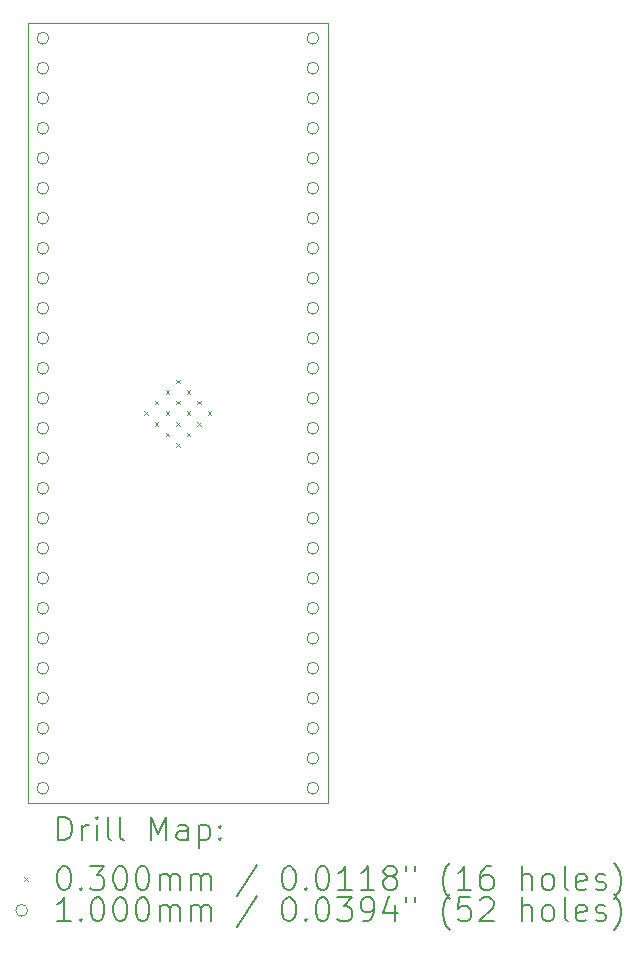
<source format=gbr>
%TF.GenerationSoftware,KiCad,Pcbnew,9.0.6*%
%TF.CreationDate,2025-12-31T13:09:17-06:00*%
%TF.ProjectId,QFN-48_6x6,51464e2d-3438-45f3-9678-362e6b696361,rev?*%
%TF.SameCoordinates,Original*%
%TF.FileFunction,Drillmap*%
%TF.FilePolarity,Positive*%
%FSLAX45Y45*%
G04 Gerber Fmt 4.5, Leading zero omitted, Abs format (unit mm)*
G04 Created by KiCad (PCBNEW 9.0.6) date 2025-12-31 13:09:17*
%MOMM*%
%LPD*%
G01*
G04 APERTURE LIST*
%ADD10C,0.050000*%
%ADD11C,0.200000*%
%ADD12C,0.100000*%
G04 APERTURE END LIST*
D10*
X12573000Y-8763000D02*
X15113000Y-8763000D01*
X15113000Y-15367000D01*
X12573000Y-15367000D01*
X12573000Y-8763000D01*
D11*
D12*
X13559299Y-12050000D02*
X13589299Y-12080000D01*
X13589299Y-12050000D02*
X13559299Y-12080000D01*
X13648866Y-11960433D02*
X13678866Y-11990433D01*
X13678866Y-11960433D02*
X13648866Y-11990433D01*
X13648866Y-12139567D02*
X13678866Y-12169567D01*
X13678866Y-12139567D02*
X13648866Y-12169567D01*
X13738433Y-11870866D02*
X13768433Y-11900866D01*
X13768433Y-11870866D02*
X13738433Y-11900866D01*
X13738433Y-12229134D02*
X13768433Y-12259134D01*
X13768433Y-12229134D02*
X13738433Y-12259134D01*
X13738433Y-12050000D02*
X13768433Y-12080000D01*
X13768433Y-12050000D02*
X13738433Y-12080000D01*
X13828000Y-11781299D02*
X13858000Y-11811299D01*
X13858000Y-11781299D02*
X13828000Y-11811299D01*
X13828000Y-11960433D02*
X13858000Y-11990433D01*
X13858000Y-11960433D02*
X13828000Y-11990433D01*
X13828000Y-12139567D02*
X13858000Y-12169567D01*
X13858000Y-12139567D02*
X13828000Y-12169567D01*
X13828000Y-12318701D02*
X13858000Y-12348701D01*
X13858000Y-12318701D02*
X13828000Y-12348701D01*
X13917567Y-12050000D02*
X13947567Y-12080000D01*
X13947567Y-12050000D02*
X13917567Y-12080000D01*
X13917567Y-11870866D02*
X13947567Y-11900866D01*
X13947567Y-11870866D02*
X13917567Y-11900866D01*
X13917567Y-12229134D02*
X13947567Y-12259134D01*
X13947567Y-12229134D02*
X13917567Y-12259134D01*
X14007134Y-11960433D02*
X14037134Y-11990433D01*
X14037134Y-11960433D02*
X14007134Y-11990433D01*
X14007134Y-12139567D02*
X14037134Y-12169567D01*
X14037134Y-12139567D02*
X14007134Y-12169567D01*
X14096701Y-12050000D02*
X14126701Y-12080000D01*
X14126701Y-12050000D02*
X14096701Y-12080000D01*
X12750000Y-8890000D02*
G75*
G02*
X12650000Y-8890000I-50000J0D01*
G01*
X12650000Y-8890000D02*
G75*
G02*
X12750000Y-8890000I50000J0D01*
G01*
X12750000Y-9144000D02*
G75*
G02*
X12650000Y-9144000I-50000J0D01*
G01*
X12650000Y-9144000D02*
G75*
G02*
X12750000Y-9144000I50000J0D01*
G01*
X12750000Y-9398000D02*
G75*
G02*
X12650000Y-9398000I-50000J0D01*
G01*
X12650000Y-9398000D02*
G75*
G02*
X12750000Y-9398000I50000J0D01*
G01*
X12750000Y-9652000D02*
G75*
G02*
X12650000Y-9652000I-50000J0D01*
G01*
X12650000Y-9652000D02*
G75*
G02*
X12750000Y-9652000I50000J0D01*
G01*
X12750000Y-9906000D02*
G75*
G02*
X12650000Y-9906000I-50000J0D01*
G01*
X12650000Y-9906000D02*
G75*
G02*
X12750000Y-9906000I50000J0D01*
G01*
X12750000Y-10160000D02*
G75*
G02*
X12650000Y-10160000I-50000J0D01*
G01*
X12650000Y-10160000D02*
G75*
G02*
X12750000Y-10160000I50000J0D01*
G01*
X12750000Y-10414000D02*
G75*
G02*
X12650000Y-10414000I-50000J0D01*
G01*
X12650000Y-10414000D02*
G75*
G02*
X12750000Y-10414000I50000J0D01*
G01*
X12750000Y-10668000D02*
G75*
G02*
X12650000Y-10668000I-50000J0D01*
G01*
X12650000Y-10668000D02*
G75*
G02*
X12750000Y-10668000I50000J0D01*
G01*
X12750000Y-10922000D02*
G75*
G02*
X12650000Y-10922000I-50000J0D01*
G01*
X12650000Y-10922000D02*
G75*
G02*
X12750000Y-10922000I50000J0D01*
G01*
X12750000Y-11176000D02*
G75*
G02*
X12650000Y-11176000I-50000J0D01*
G01*
X12650000Y-11176000D02*
G75*
G02*
X12750000Y-11176000I50000J0D01*
G01*
X12750000Y-11430000D02*
G75*
G02*
X12650000Y-11430000I-50000J0D01*
G01*
X12650000Y-11430000D02*
G75*
G02*
X12750000Y-11430000I50000J0D01*
G01*
X12750000Y-11684000D02*
G75*
G02*
X12650000Y-11684000I-50000J0D01*
G01*
X12650000Y-11684000D02*
G75*
G02*
X12750000Y-11684000I50000J0D01*
G01*
X12750000Y-11938000D02*
G75*
G02*
X12650000Y-11938000I-50000J0D01*
G01*
X12650000Y-11938000D02*
G75*
G02*
X12750000Y-11938000I50000J0D01*
G01*
X12750000Y-12192000D02*
G75*
G02*
X12650000Y-12192000I-50000J0D01*
G01*
X12650000Y-12192000D02*
G75*
G02*
X12750000Y-12192000I50000J0D01*
G01*
X12750000Y-12446000D02*
G75*
G02*
X12650000Y-12446000I-50000J0D01*
G01*
X12650000Y-12446000D02*
G75*
G02*
X12750000Y-12446000I50000J0D01*
G01*
X12750000Y-12700000D02*
G75*
G02*
X12650000Y-12700000I-50000J0D01*
G01*
X12650000Y-12700000D02*
G75*
G02*
X12750000Y-12700000I50000J0D01*
G01*
X12750000Y-12954000D02*
G75*
G02*
X12650000Y-12954000I-50000J0D01*
G01*
X12650000Y-12954000D02*
G75*
G02*
X12750000Y-12954000I50000J0D01*
G01*
X12750000Y-13208000D02*
G75*
G02*
X12650000Y-13208000I-50000J0D01*
G01*
X12650000Y-13208000D02*
G75*
G02*
X12750000Y-13208000I50000J0D01*
G01*
X12750000Y-13462000D02*
G75*
G02*
X12650000Y-13462000I-50000J0D01*
G01*
X12650000Y-13462000D02*
G75*
G02*
X12750000Y-13462000I50000J0D01*
G01*
X12750000Y-13716000D02*
G75*
G02*
X12650000Y-13716000I-50000J0D01*
G01*
X12650000Y-13716000D02*
G75*
G02*
X12750000Y-13716000I50000J0D01*
G01*
X12750000Y-13970000D02*
G75*
G02*
X12650000Y-13970000I-50000J0D01*
G01*
X12650000Y-13970000D02*
G75*
G02*
X12750000Y-13970000I50000J0D01*
G01*
X12750000Y-14224000D02*
G75*
G02*
X12650000Y-14224000I-50000J0D01*
G01*
X12650000Y-14224000D02*
G75*
G02*
X12750000Y-14224000I50000J0D01*
G01*
X12750000Y-14478000D02*
G75*
G02*
X12650000Y-14478000I-50000J0D01*
G01*
X12650000Y-14478000D02*
G75*
G02*
X12750000Y-14478000I50000J0D01*
G01*
X12750000Y-14732000D02*
G75*
G02*
X12650000Y-14732000I-50000J0D01*
G01*
X12650000Y-14732000D02*
G75*
G02*
X12750000Y-14732000I50000J0D01*
G01*
X12750000Y-14986000D02*
G75*
G02*
X12650000Y-14986000I-50000J0D01*
G01*
X12650000Y-14986000D02*
G75*
G02*
X12750000Y-14986000I50000J0D01*
G01*
X12750000Y-15240000D02*
G75*
G02*
X12650000Y-15240000I-50000J0D01*
G01*
X12650000Y-15240000D02*
G75*
G02*
X12750000Y-15240000I50000J0D01*
G01*
X15036000Y-8890000D02*
G75*
G02*
X14936000Y-8890000I-50000J0D01*
G01*
X14936000Y-8890000D02*
G75*
G02*
X15036000Y-8890000I50000J0D01*
G01*
X15036000Y-9144000D02*
G75*
G02*
X14936000Y-9144000I-50000J0D01*
G01*
X14936000Y-9144000D02*
G75*
G02*
X15036000Y-9144000I50000J0D01*
G01*
X15036000Y-9398000D02*
G75*
G02*
X14936000Y-9398000I-50000J0D01*
G01*
X14936000Y-9398000D02*
G75*
G02*
X15036000Y-9398000I50000J0D01*
G01*
X15036000Y-9652000D02*
G75*
G02*
X14936000Y-9652000I-50000J0D01*
G01*
X14936000Y-9652000D02*
G75*
G02*
X15036000Y-9652000I50000J0D01*
G01*
X15036000Y-9906000D02*
G75*
G02*
X14936000Y-9906000I-50000J0D01*
G01*
X14936000Y-9906000D02*
G75*
G02*
X15036000Y-9906000I50000J0D01*
G01*
X15036000Y-10160000D02*
G75*
G02*
X14936000Y-10160000I-50000J0D01*
G01*
X14936000Y-10160000D02*
G75*
G02*
X15036000Y-10160000I50000J0D01*
G01*
X15036000Y-10414000D02*
G75*
G02*
X14936000Y-10414000I-50000J0D01*
G01*
X14936000Y-10414000D02*
G75*
G02*
X15036000Y-10414000I50000J0D01*
G01*
X15036000Y-10668000D02*
G75*
G02*
X14936000Y-10668000I-50000J0D01*
G01*
X14936000Y-10668000D02*
G75*
G02*
X15036000Y-10668000I50000J0D01*
G01*
X15036000Y-10922000D02*
G75*
G02*
X14936000Y-10922000I-50000J0D01*
G01*
X14936000Y-10922000D02*
G75*
G02*
X15036000Y-10922000I50000J0D01*
G01*
X15036000Y-11176000D02*
G75*
G02*
X14936000Y-11176000I-50000J0D01*
G01*
X14936000Y-11176000D02*
G75*
G02*
X15036000Y-11176000I50000J0D01*
G01*
X15036000Y-11430000D02*
G75*
G02*
X14936000Y-11430000I-50000J0D01*
G01*
X14936000Y-11430000D02*
G75*
G02*
X15036000Y-11430000I50000J0D01*
G01*
X15036000Y-11684000D02*
G75*
G02*
X14936000Y-11684000I-50000J0D01*
G01*
X14936000Y-11684000D02*
G75*
G02*
X15036000Y-11684000I50000J0D01*
G01*
X15036000Y-11938000D02*
G75*
G02*
X14936000Y-11938000I-50000J0D01*
G01*
X14936000Y-11938000D02*
G75*
G02*
X15036000Y-11938000I50000J0D01*
G01*
X15036000Y-12192000D02*
G75*
G02*
X14936000Y-12192000I-50000J0D01*
G01*
X14936000Y-12192000D02*
G75*
G02*
X15036000Y-12192000I50000J0D01*
G01*
X15036000Y-12446000D02*
G75*
G02*
X14936000Y-12446000I-50000J0D01*
G01*
X14936000Y-12446000D02*
G75*
G02*
X15036000Y-12446000I50000J0D01*
G01*
X15036000Y-12700000D02*
G75*
G02*
X14936000Y-12700000I-50000J0D01*
G01*
X14936000Y-12700000D02*
G75*
G02*
X15036000Y-12700000I50000J0D01*
G01*
X15036000Y-12954000D02*
G75*
G02*
X14936000Y-12954000I-50000J0D01*
G01*
X14936000Y-12954000D02*
G75*
G02*
X15036000Y-12954000I50000J0D01*
G01*
X15036000Y-13208000D02*
G75*
G02*
X14936000Y-13208000I-50000J0D01*
G01*
X14936000Y-13208000D02*
G75*
G02*
X15036000Y-13208000I50000J0D01*
G01*
X15036000Y-13462000D02*
G75*
G02*
X14936000Y-13462000I-50000J0D01*
G01*
X14936000Y-13462000D02*
G75*
G02*
X15036000Y-13462000I50000J0D01*
G01*
X15036000Y-13716000D02*
G75*
G02*
X14936000Y-13716000I-50000J0D01*
G01*
X14936000Y-13716000D02*
G75*
G02*
X15036000Y-13716000I50000J0D01*
G01*
X15036000Y-13970000D02*
G75*
G02*
X14936000Y-13970000I-50000J0D01*
G01*
X14936000Y-13970000D02*
G75*
G02*
X15036000Y-13970000I50000J0D01*
G01*
X15036000Y-14224000D02*
G75*
G02*
X14936000Y-14224000I-50000J0D01*
G01*
X14936000Y-14224000D02*
G75*
G02*
X15036000Y-14224000I50000J0D01*
G01*
X15036000Y-14478000D02*
G75*
G02*
X14936000Y-14478000I-50000J0D01*
G01*
X14936000Y-14478000D02*
G75*
G02*
X15036000Y-14478000I50000J0D01*
G01*
X15036000Y-14732000D02*
G75*
G02*
X14936000Y-14732000I-50000J0D01*
G01*
X14936000Y-14732000D02*
G75*
G02*
X15036000Y-14732000I50000J0D01*
G01*
X15036000Y-14986000D02*
G75*
G02*
X14936000Y-14986000I-50000J0D01*
G01*
X14936000Y-14986000D02*
G75*
G02*
X15036000Y-14986000I50000J0D01*
G01*
X15036000Y-15240000D02*
G75*
G02*
X14936000Y-15240000I-50000J0D01*
G01*
X14936000Y-15240000D02*
G75*
G02*
X15036000Y-15240000I50000J0D01*
G01*
D11*
X12831277Y-15680984D02*
X12831277Y-15480984D01*
X12831277Y-15480984D02*
X12878896Y-15480984D01*
X12878896Y-15480984D02*
X12907467Y-15490508D01*
X12907467Y-15490508D02*
X12926515Y-15509555D01*
X12926515Y-15509555D02*
X12936039Y-15528603D01*
X12936039Y-15528603D02*
X12945562Y-15566698D01*
X12945562Y-15566698D02*
X12945562Y-15595269D01*
X12945562Y-15595269D02*
X12936039Y-15633365D01*
X12936039Y-15633365D02*
X12926515Y-15652412D01*
X12926515Y-15652412D02*
X12907467Y-15671460D01*
X12907467Y-15671460D02*
X12878896Y-15680984D01*
X12878896Y-15680984D02*
X12831277Y-15680984D01*
X13031277Y-15680984D02*
X13031277Y-15547650D01*
X13031277Y-15585746D02*
X13040801Y-15566698D01*
X13040801Y-15566698D02*
X13050324Y-15557174D01*
X13050324Y-15557174D02*
X13069372Y-15547650D01*
X13069372Y-15547650D02*
X13088420Y-15547650D01*
X13155086Y-15680984D02*
X13155086Y-15547650D01*
X13155086Y-15480984D02*
X13145562Y-15490508D01*
X13145562Y-15490508D02*
X13155086Y-15500031D01*
X13155086Y-15500031D02*
X13164610Y-15490508D01*
X13164610Y-15490508D02*
X13155086Y-15480984D01*
X13155086Y-15480984D02*
X13155086Y-15500031D01*
X13278896Y-15680984D02*
X13259848Y-15671460D01*
X13259848Y-15671460D02*
X13250324Y-15652412D01*
X13250324Y-15652412D02*
X13250324Y-15480984D01*
X13383658Y-15680984D02*
X13364610Y-15671460D01*
X13364610Y-15671460D02*
X13355086Y-15652412D01*
X13355086Y-15652412D02*
X13355086Y-15480984D01*
X13612229Y-15680984D02*
X13612229Y-15480984D01*
X13612229Y-15480984D02*
X13678896Y-15623841D01*
X13678896Y-15623841D02*
X13745562Y-15480984D01*
X13745562Y-15480984D02*
X13745562Y-15680984D01*
X13926515Y-15680984D02*
X13926515Y-15576222D01*
X13926515Y-15576222D02*
X13916991Y-15557174D01*
X13916991Y-15557174D02*
X13897943Y-15547650D01*
X13897943Y-15547650D02*
X13859848Y-15547650D01*
X13859848Y-15547650D02*
X13840801Y-15557174D01*
X13926515Y-15671460D02*
X13907467Y-15680984D01*
X13907467Y-15680984D02*
X13859848Y-15680984D01*
X13859848Y-15680984D02*
X13840801Y-15671460D01*
X13840801Y-15671460D02*
X13831277Y-15652412D01*
X13831277Y-15652412D02*
X13831277Y-15633365D01*
X13831277Y-15633365D02*
X13840801Y-15614317D01*
X13840801Y-15614317D02*
X13859848Y-15604793D01*
X13859848Y-15604793D02*
X13907467Y-15604793D01*
X13907467Y-15604793D02*
X13926515Y-15595269D01*
X14021753Y-15547650D02*
X14021753Y-15747650D01*
X14021753Y-15557174D02*
X14040801Y-15547650D01*
X14040801Y-15547650D02*
X14078896Y-15547650D01*
X14078896Y-15547650D02*
X14097943Y-15557174D01*
X14097943Y-15557174D02*
X14107467Y-15566698D01*
X14107467Y-15566698D02*
X14116991Y-15585746D01*
X14116991Y-15585746D02*
X14116991Y-15642888D01*
X14116991Y-15642888D02*
X14107467Y-15661936D01*
X14107467Y-15661936D02*
X14097943Y-15671460D01*
X14097943Y-15671460D02*
X14078896Y-15680984D01*
X14078896Y-15680984D02*
X14040801Y-15680984D01*
X14040801Y-15680984D02*
X14021753Y-15671460D01*
X14202705Y-15661936D02*
X14212229Y-15671460D01*
X14212229Y-15671460D02*
X14202705Y-15680984D01*
X14202705Y-15680984D02*
X14193182Y-15671460D01*
X14193182Y-15671460D02*
X14202705Y-15661936D01*
X14202705Y-15661936D02*
X14202705Y-15680984D01*
X14202705Y-15557174D02*
X14212229Y-15566698D01*
X14212229Y-15566698D02*
X14202705Y-15576222D01*
X14202705Y-15576222D02*
X14193182Y-15566698D01*
X14193182Y-15566698D02*
X14202705Y-15557174D01*
X14202705Y-15557174D02*
X14202705Y-15576222D01*
D12*
X12540500Y-15994500D02*
X12570500Y-16024500D01*
X12570500Y-15994500D02*
X12540500Y-16024500D01*
D11*
X12869372Y-15900984D02*
X12888420Y-15900984D01*
X12888420Y-15900984D02*
X12907467Y-15910508D01*
X12907467Y-15910508D02*
X12916991Y-15920031D01*
X12916991Y-15920031D02*
X12926515Y-15939079D01*
X12926515Y-15939079D02*
X12936039Y-15977174D01*
X12936039Y-15977174D02*
X12936039Y-16024793D01*
X12936039Y-16024793D02*
X12926515Y-16062888D01*
X12926515Y-16062888D02*
X12916991Y-16081936D01*
X12916991Y-16081936D02*
X12907467Y-16091460D01*
X12907467Y-16091460D02*
X12888420Y-16100984D01*
X12888420Y-16100984D02*
X12869372Y-16100984D01*
X12869372Y-16100984D02*
X12850324Y-16091460D01*
X12850324Y-16091460D02*
X12840801Y-16081936D01*
X12840801Y-16081936D02*
X12831277Y-16062888D01*
X12831277Y-16062888D02*
X12821753Y-16024793D01*
X12821753Y-16024793D02*
X12821753Y-15977174D01*
X12821753Y-15977174D02*
X12831277Y-15939079D01*
X12831277Y-15939079D02*
X12840801Y-15920031D01*
X12840801Y-15920031D02*
X12850324Y-15910508D01*
X12850324Y-15910508D02*
X12869372Y-15900984D01*
X13021753Y-16081936D02*
X13031277Y-16091460D01*
X13031277Y-16091460D02*
X13021753Y-16100984D01*
X13021753Y-16100984D02*
X13012229Y-16091460D01*
X13012229Y-16091460D02*
X13021753Y-16081936D01*
X13021753Y-16081936D02*
X13021753Y-16100984D01*
X13097943Y-15900984D02*
X13221753Y-15900984D01*
X13221753Y-15900984D02*
X13155086Y-15977174D01*
X13155086Y-15977174D02*
X13183658Y-15977174D01*
X13183658Y-15977174D02*
X13202705Y-15986698D01*
X13202705Y-15986698D02*
X13212229Y-15996222D01*
X13212229Y-15996222D02*
X13221753Y-16015269D01*
X13221753Y-16015269D02*
X13221753Y-16062888D01*
X13221753Y-16062888D02*
X13212229Y-16081936D01*
X13212229Y-16081936D02*
X13202705Y-16091460D01*
X13202705Y-16091460D02*
X13183658Y-16100984D01*
X13183658Y-16100984D02*
X13126515Y-16100984D01*
X13126515Y-16100984D02*
X13107467Y-16091460D01*
X13107467Y-16091460D02*
X13097943Y-16081936D01*
X13345562Y-15900984D02*
X13364610Y-15900984D01*
X13364610Y-15900984D02*
X13383658Y-15910508D01*
X13383658Y-15910508D02*
X13393182Y-15920031D01*
X13393182Y-15920031D02*
X13402705Y-15939079D01*
X13402705Y-15939079D02*
X13412229Y-15977174D01*
X13412229Y-15977174D02*
X13412229Y-16024793D01*
X13412229Y-16024793D02*
X13402705Y-16062888D01*
X13402705Y-16062888D02*
X13393182Y-16081936D01*
X13393182Y-16081936D02*
X13383658Y-16091460D01*
X13383658Y-16091460D02*
X13364610Y-16100984D01*
X13364610Y-16100984D02*
X13345562Y-16100984D01*
X13345562Y-16100984D02*
X13326515Y-16091460D01*
X13326515Y-16091460D02*
X13316991Y-16081936D01*
X13316991Y-16081936D02*
X13307467Y-16062888D01*
X13307467Y-16062888D02*
X13297943Y-16024793D01*
X13297943Y-16024793D02*
X13297943Y-15977174D01*
X13297943Y-15977174D02*
X13307467Y-15939079D01*
X13307467Y-15939079D02*
X13316991Y-15920031D01*
X13316991Y-15920031D02*
X13326515Y-15910508D01*
X13326515Y-15910508D02*
X13345562Y-15900984D01*
X13536039Y-15900984D02*
X13555086Y-15900984D01*
X13555086Y-15900984D02*
X13574134Y-15910508D01*
X13574134Y-15910508D02*
X13583658Y-15920031D01*
X13583658Y-15920031D02*
X13593182Y-15939079D01*
X13593182Y-15939079D02*
X13602705Y-15977174D01*
X13602705Y-15977174D02*
X13602705Y-16024793D01*
X13602705Y-16024793D02*
X13593182Y-16062888D01*
X13593182Y-16062888D02*
X13583658Y-16081936D01*
X13583658Y-16081936D02*
X13574134Y-16091460D01*
X13574134Y-16091460D02*
X13555086Y-16100984D01*
X13555086Y-16100984D02*
X13536039Y-16100984D01*
X13536039Y-16100984D02*
X13516991Y-16091460D01*
X13516991Y-16091460D02*
X13507467Y-16081936D01*
X13507467Y-16081936D02*
X13497943Y-16062888D01*
X13497943Y-16062888D02*
X13488420Y-16024793D01*
X13488420Y-16024793D02*
X13488420Y-15977174D01*
X13488420Y-15977174D02*
X13497943Y-15939079D01*
X13497943Y-15939079D02*
X13507467Y-15920031D01*
X13507467Y-15920031D02*
X13516991Y-15910508D01*
X13516991Y-15910508D02*
X13536039Y-15900984D01*
X13688420Y-16100984D02*
X13688420Y-15967650D01*
X13688420Y-15986698D02*
X13697943Y-15977174D01*
X13697943Y-15977174D02*
X13716991Y-15967650D01*
X13716991Y-15967650D02*
X13745563Y-15967650D01*
X13745563Y-15967650D02*
X13764610Y-15977174D01*
X13764610Y-15977174D02*
X13774134Y-15996222D01*
X13774134Y-15996222D02*
X13774134Y-16100984D01*
X13774134Y-15996222D02*
X13783658Y-15977174D01*
X13783658Y-15977174D02*
X13802705Y-15967650D01*
X13802705Y-15967650D02*
X13831277Y-15967650D01*
X13831277Y-15967650D02*
X13850324Y-15977174D01*
X13850324Y-15977174D02*
X13859848Y-15996222D01*
X13859848Y-15996222D02*
X13859848Y-16100984D01*
X13955086Y-16100984D02*
X13955086Y-15967650D01*
X13955086Y-15986698D02*
X13964610Y-15977174D01*
X13964610Y-15977174D02*
X13983658Y-15967650D01*
X13983658Y-15967650D02*
X14012229Y-15967650D01*
X14012229Y-15967650D02*
X14031277Y-15977174D01*
X14031277Y-15977174D02*
X14040801Y-15996222D01*
X14040801Y-15996222D02*
X14040801Y-16100984D01*
X14040801Y-15996222D02*
X14050324Y-15977174D01*
X14050324Y-15977174D02*
X14069372Y-15967650D01*
X14069372Y-15967650D02*
X14097943Y-15967650D01*
X14097943Y-15967650D02*
X14116991Y-15977174D01*
X14116991Y-15977174D02*
X14126515Y-15996222D01*
X14126515Y-15996222D02*
X14126515Y-16100984D01*
X14516991Y-15891460D02*
X14345563Y-16148603D01*
X14774134Y-15900984D02*
X14793182Y-15900984D01*
X14793182Y-15900984D02*
X14812229Y-15910508D01*
X14812229Y-15910508D02*
X14821753Y-15920031D01*
X14821753Y-15920031D02*
X14831277Y-15939079D01*
X14831277Y-15939079D02*
X14840801Y-15977174D01*
X14840801Y-15977174D02*
X14840801Y-16024793D01*
X14840801Y-16024793D02*
X14831277Y-16062888D01*
X14831277Y-16062888D02*
X14821753Y-16081936D01*
X14821753Y-16081936D02*
X14812229Y-16091460D01*
X14812229Y-16091460D02*
X14793182Y-16100984D01*
X14793182Y-16100984D02*
X14774134Y-16100984D01*
X14774134Y-16100984D02*
X14755086Y-16091460D01*
X14755086Y-16091460D02*
X14745563Y-16081936D01*
X14745563Y-16081936D02*
X14736039Y-16062888D01*
X14736039Y-16062888D02*
X14726515Y-16024793D01*
X14726515Y-16024793D02*
X14726515Y-15977174D01*
X14726515Y-15977174D02*
X14736039Y-15939079D01*
X14736039Y-15939079D02*
X14745563Y-15920031D01*
X14745563Y-15920031D02*
X14755086Y-15910508D01*
X14755086Y-15910508D02*
X14774134Y-15900984D01*
X14926515Y-16081936D02*
X14936039Y-16091460D01*
X14936039Y-16091460D02*
X14926515Y-16100984D01*
X14926515Y-16100984D02*
X14916991Y-16091460D01*
X14916991Y-16091460D02*
X14926515Y-16081936D01*
X14926515Y-16081936D02*
X14926515Y-16100984D01*
X15059848Y-15900984D02*
X15078896Y-15900984D01*
X15078896Y-15900984D02*
X15097944Y-15910508D01*
X15097944Y-15910508D02*
X15107467Y-15920031D01*
X15107467Y-15920031D02*
X15116991Y-15939079D01*
X15116991Y-15939079D02*
X15126515Y-15977174D01*
X15126515Y-15977174D02*
X15126515Y-16024793D01*
X15126515Y-16024793D02*
X15116991Y-16062888D01*
X15116991Y-16062888D02*
X15107467Y-16081936D01*
X15107467Y-16081936D02*
X15097944Y-16091460D01*
X15097944Y-16091460D02*
X15078896Y-16100984D01*
X15078896Y-16100984D02*
X15059848Y-16100984D01*
X15059848Y-16100984D02*
X15040801Y-16091460D01*
X15040801Y-16091460D02*
X15031277Y-16081936D01*
X15031277Y-16081936D02*
X15021753Y-16062888D01*
X15021753Y-16062888D02*
X15012229Y-16024793D01*
X15012229Y-16024793D02*
X15012229Y-15977174D01*
X15012229Y-15977174D02*
X15021753Y-15939079D01*
X15021753Y-15939079D02*
X15031277Y-15920031D01*
X15031277Y-15920031D02*
X15040801Y-15910508D01*
X15040801Y-15910508D02*
X15059848Y-15900984D01*
X15316991Y-16100984D02*
X15202706Y-16100984D01*
X15259848Y-16100984D02*
X15259848Y-15900984D01*
X15259848Y-15900984D02*
X15240801Y-15929555D01*
X15240801Y-15929555D02*
X15221753Y-15948603D01*
X15221753Y-15948603D02*
X15202706Y-15958127D01*
X15507467Y-16100984D02*
X15393182Y-16100984D01*
X15450325Y-16100984D02*
X15450325Y-15900984D01*
X15450325Y-15900984D02*
X15431277Y-15929555D01*
X15431277Y-15929555D02*
X15412229Y-15948603D01*
X15412229Y-15948603D02*
X15393182Y-15958127D01*
X15621753Y-15986698D02*
X15602706Y-15977174D01*
X15602706Y-15977174D02*
X15593182Y-15967650D01*
X15593182Y-15967650D02*
X15583658Y-15948603D01*
X15583658Y-15948603D02*
X15583658Y-15939079D01*
X15583658Y-15939079D02*
X15593182Y-15920031D01*
X15593182Y-15920031D02*
X15602706Y-15910508D01*
X15602706Y-15910508D02*
X15621753Y-15900984D01*
X15621753Y-15900984D02*
X15659848Y-15900984D01*
X15659848Y-15900984D02*
X15678896Y-15910508D01*
X15678896Y-15910508D02*
X15688420Y-15920031D01*
X15688420Y-15920031D02*
X15697944Y-15939079D01*
X15697944Y-15939079D02*
X15697944Y-15948603D01*
X15697944Y-15948603D02*
X15688420Y-15967650D01*
X15688420Y-15967650D02*
X15678896Y-15977174D01*
X15678896Y-15977174D02*
X15659848Y-15986698D01*
X15659848Y-15986698D02*
X15621753Y-15986698D01*
X15621753Y-15986698D02*
X15602706Y-15996222D01*
X15602706Y-15996222D02*
X15593182Y-16005746D01*
X15593182Y-16005746D02*
X15583658Y-16024793D01*
X15583658Y-16024793D02*
X15583658Y-16062888D01*
X15583658Y-16062888D02*
X15593182Y-16081936D01*
X15593182Y-16081936D02*
X15602706Y-16091460D01*
X15602706Y-16091460D02*
X15621753Y-16100984D01*
X15621753Y-16100984D02*
X15659848Y-16100984D01*
X15659848Y-16100984D02*
X15678896Y-16091460D01*
X15678896Y-16091460D02*
X15688420Y-16081936D01*
X15688420Y-16081936D02*
X15697944Y-16062888D01*
X15697944Y-16062888D02*
X15697944Y-16024793D01*
X15697944Y-16024793D02*
X15688420Y-16005746D01*
X15688420Y-16005746D02*
X15678896Y-15996222D01*
X15678896Y-15996222D02*
X15659848Y-15986698D01*
X15774134Y-15900984D02*
X15774134Y-15939079D01*
X15850325Y-15900984D02*
X15850325Y-15939079D01*
X16145563Y-16177174D02*
X16136039Y-16167650D01*
X16136039Y-16167650D02*
X16116991Y-16139079D01*
X16116991Y-16139079D02*
X16107468Y-16120031D01*
X16107468Y-16120031D02*
X16097944Y-16091460D01*
X16097944Y-16091460D02*
X16088420Y-16043841D01*
X16088420Y-16043841D02*
X16088420Y-16005746D01*
X16088420Y-16005746D02*
X16097944Y-15958127D01*
X16097944Y-15958127D02*
X16107468Y-15929555D01*
X16107468Y-15929555D02*
X16116991Y-15910508D01*
X16116991Y-15910508D02*
X16136039Y-15881936D01*
X16136039Y-15881936D02*
X16145563Y-15872412D01*
X16326515Y-16100984D02*
X16212229Y-16100984D01*
X16269372Y-16100984D02*
X16269372Y-15900984D01*
X16269372Y-15900984D02*
X16250325Y-15929555D01*
X16250325Y-15929555D02*
X16231277Y-15948603D01*
X16231277Y-15948603D02*
X16212229Y-15958127D01*
X16497944Y-15900984D02*
X16459848Y-15900984D01*
X16459848Y-15900984D02*
X16440801Y-15910508D01*
X16440801Y-15910508D02*
X16431277Y-15920031D01*
X16431277Y-15920031D02*
X16412229Y-15948603D01*
X16412229Y-15948603D02*
X16402706Y-15986698D01*
X16402706Y-15986698D02*
X16402706Y-16062888D01*
X16402706Y-16062888D02*
X16412229Y-16081936D01*
X16412229Y-16081936D02*
X16421753Y-16091460D01*
X16421753Y-16091460D02*
X16440801Y-16100984D01*
X16440801Y-16100984D02*
X16478896Y-16100984D01*
X16478896Y-16100984D02*
X16497944Y-16091460D01*
X16497944Y-16091460D02*
X16507468Y-16081936D01*
X16507468Y-16081936D02*
X16516991Y-16062888D01*
X16516991Y-16062888D02*
X16516991Y-16015269D01*
X16516991Y-16015269D02*
X16507468Y-15996222D01*
X16507468Y-15996222D02*
X16497944Y-15986698D01*
X16497944Y-15986698D02*
X16478896Y-15977174D01*
X16478896Y-15977174D02*
X16440801Y-15977174D01*
X16440801Y-15977174D02*
X16421753Y-15986698D01*
X16421753Y-15986698D02*
X16412229Y-15996222D01*
X16412229Y-15996222D02*
X16402706Y-16015269D01*
X16755087Y-16100984D02*
X16755087Y-15900984D01*
X16840801Y-16100984D02*
X16840801Y-15996222D01*
X16840801Y-15996222D02*
X16831277Y-15977174D01*
X16831277Y-15977174D02*
X16812230Y-15967650D01*
X16812230Y-15967650D02*
X16783658Y-15967650D01*
X16783658Y-15967650D02*
X16764610Y-15977174D01*
X16764610Y-15977174D02*
X16755087Y-15986698D01*
X16964611Y-16100984D02*
X16945563Y-16091460D01*
X16945563Y-16091460D02*
X16936039Y-16081936D01*
X16936039Y-16081936D02*
X16926515Y-16062888D01*
X16926515Y-16062888D02*
X16926515Y-16005746D01*
X16926515Y-16005746D02*
X16936039Y-15986698D01*
X16936039Y-15986698D02*
X16945563Y-15977174D01*
X16945563Y-15977174D02*
X16964611Y-15967650D01*
X16964611Y-15967650D02*
X16993182Y-15967650D01*
X16993182Y-15967650D02*
X17012230Y-15977174D01*
X17012230Y-15977174D02*
X17021753Y-15986698D01*
X17021753Y-15986698D02*
X17031277Y-16005746D01*
X17031277Y-16005746D02*
X17031277Y-16062888D01*
X17031277Y-16062888D02*
X17021753Y-16081936D01*
X17021753Y-16081936D02*
X17012230Y-16091460D01*
X17012230Y-16091460D02*
X16993182Y-16100984D01*
X16993182Y-16100984D02*
X16964611Y-16100984D01*
X17145563Y-16100984D02*
X17126515Y-16091460D01*
X17126515Y-16091460D02*
X17116992Y-16072412D01*
X17116992Y-16072412D02*
X17116992Y-15900984D01*
X17297944Y-16091460D02*
X17278896Y-16100984D01*
X17278896Y-16100984D02*
X17240801Y-16100984D01*
X17240801Y-16100984D02*
X17221753Y-16091460D01*
X17221753Y-16091460D02*
X17212230Y-16072412D01*
X17212230Y-16072412D02*
X17212230Y-15996222D01*
X17212230Y-15996222D02*
X17221753Y-15977174D01*
X17221753Y-15977174D02*
X17240801Y-15967650D01*
X17240801Y-15967650D02*
X17278896Y-15967650D01*
X17278896Y-15967650D02*
X17297944Y-15977174D01*
X17297944Y-15977174D02*
X17307468Y-15996222D01*
X17307468Y-15996222D02*
X17307468Y-16015269D01*
X17307468Y-16015269D02*
X17212230Y-16034317D01*
X17383658Y-16091460D02*
X17402706Y-16100984D01*
X17402706Y-16100984D02*
X17440801Y-16100984D01*
X17440801Y-16100984D02*
X17459849Y-16091460D01*
X17459849Y-16091460D02*
X17469373Y-16072412D01*
X17469373Y-16072412D02*
X17469373Y-16062888D01*
X17469373Y-16062888D02*
X17459849Y-16043841D01*
X17459849Y-16043841D02*
X17440801Y-16034317D01*
X17440801Y-16034317D02*
X17412230Y-16034317D01*
X17412230Y-16034317D02*
X17393182Y-16024793D01*
X17393182Y-16024793D02*
X17383658Y-16005746D01*
X17383658Y-16005746D02*
X17383658Y-15996222D01*
X17383658Y-15996222D02*
X17393182Y-15977174D01*
X17393182Y-15977174D02*
X17412230Y-15967650D01*
X17412230Y-15967650D02*
X17440801Y-15967650D01*
X17440801Y-15967650D02*
X17459849Y-15977174D01*
X17536039Y-16177174D02*
X17545563Y-16167650D01*
X17545563Y-16167650D02*
X17564611Y-16139079D01*
X17564611Y-16139079D02*
X17574134Y-16120031D01*
X17574134Y-16120031D02*
X17583658Y-16091460D01*
X17583658Y-16091460D02*
X17593182Y-16043841D01*
X17593182Y-16043841D02*
X17593182Y-16005746D01*
X17593182Y-16005746D02*
X17583658Y-15958127D01*
X17583658Y-15958127D02*
X17574134Y-15929555D01*
X17574134Y-15929555D02*
X17564611Y-15910508D01*
X17564611Y-15910508D02*
X17545563Y-15881936D01*
X17545563Y-15881936D02*
X17536039Y-15872412D01*
D12*
X12570500Y-16273500D02*
G75*
G02*
X12470500Y-16273500I-50000J0D01*
G01*
X12470500Y-16273500D02*
G75*
G02*
X12570500Y-16273500I50000J0D01*
G01*
D11*
X12936039Y-16364984D02*
X12821753Y-16364984D01*
X12878896Y-16364984D02*
X12878896Y-16164984D01*
X12878896Y-16164984D02*
X12859848Y-16193555D01*
X12859848Y-16193555D02*
X12840801Y-16212603D01*
X12840801Y-16212603D02*
X12821753Y-16222127D01*
X13021753Y-16345936D02*
X13031277Y-16355460D01*
X13031277Y-16355460D02*
X13021753Y-16364984D01*
X13021753Y-16364984D02*
X13012229Y-16355460D01*
X13012229Y-16355460D02*
X13021753Y-16345936D01*
X13021753Y-16345936D02*
X13021753Y-16364984D01*
X13155086Y-16164984D02*
X13174134Y-16164984D01*
X13174134Y-16164984D02*
X13193182Y-16174508D01*
X13193182Y-16174508D02*
X13202705Y-16184031D01*
X13202705Y-16184031D02*
X13212229Y-16203079D01*
X13212229Y-16203079D02*
X13221753Y-16241174D01*
X13221753Y-16241174D02*
X13221753Y-16288793D01*
X13221753Y-16288793D02*
X13212229Y-16326888D01*
X13212229Y-16326888D02*
X13202705Y-16345936D01*
X13202705Y-16345936D02*
X13193182Y-16355460D01*
X13193182Y-16355460D02*
X13174134Y-16364984D01*
X13174134Y-16364984D02*
X13155086Y-16364984D01*
X13155086Y-16364984D02*
X13136039Y-16355460D01*
X13136039Y-16355460D02*
X13126515Y-16345936D01*
X13126515Y-16345936D02*
X13116991Y-16326888D01*
X13116991Y-16326888D02*
X13107467Y-16288793D01*
X13107467Y-16288793D02*
X13107467Y-16241174D01*
X13107467Y-16241174D02*
X13116991Y-16203079D01*
X13116991Y-16203079D02*
X13126515Y-16184031D01*
X13126515Y-16184031D02*
X13136039Y-16174508D01*
X13136039Y-16174508D02*
X13155086Y-16164984D01*
X13345562Y-16164984D02*
X13364610Y-16164984D01*
X13364610Y-16164984D02*
X13383658Y-16174508D01*
X13383658Y-16174508D02*
X13393182Y-16184031D01*
X13393182Y-16184031D02*
X13402705Y-16203079D01*
X13402705Y-16203079D02*
X13412229Y-16241174D01*
X13412229Y-16241174D02*
X13412229Y-16288793D01*
X13412229Y-16288793D02*
X13402705Y-16326888D01*
X13402705Y-16326888D02*
X13393182Y-16345936D01*
X13393182Y-16345936D02*
X13383658Y-16355460D01*
X13383658Y-16355460D02*
X13364610Y-16364984D01*
X13364610Y-16364984D02*
X13345562Y-16364984D01*
X13345562Y-16364984D02*
X13326515Y-16355460D01*
X13326515Y-16355460D02*
X13316991Y-16345936D01*
X13316991Y-16345936D02*
X13307467Y-16326888D01*
X13307467Y-16326888D02*
X13297943Y-16288793D01*
X13297943Y-16288793D02*
X13297943Y-16241174D01*
X13297943Y-16241174D02*
X13307467Y-16203079D01*
X13307467Y-16203079D02*
X13316991Y-16184031D01*
X13316991Y-16184031D02*
X13326515Y-16174508D01*
X13326515Y-16174508D02*
X13345562Y-16164984D01*
X13536039Y-16164984D02*
X13555086Y-16164984D01*
X13555086Y-16164984D02*
X13574134Y-16174508D01*
X13574134Y-16174508D02*
X13583658Y-16184031D01*
X13583658Y-16184031D02*
X13593182Y-16203079D01*
X13593182Y-16203079D02*
X13602705Y-16241174D01*
X13602705Y-16241174D02*
X13602705Y-16288793D01*
X13602705Y-16288793D02*
X13593182Y-16326888D01*
X13593182Y-16326888D02*
X13583658Y-16345936D01*
X13583658Y-16345936D02*
X13574134Y-16355460D01*
X13574134Y-16355460D02*
X13555086Y-16364984D01*
X13555086Y-16364984D02*
X13536039Y-16364984D01*
X13536039Y-16364984D02*
X13516991Y-16355460D01*
X13516991Y-16355460D02*
X13507467Y-16345936D01*
X13507467Y-16345936D02*
X13497943Y-16326888D01*
X13497943Y-16326888D02*
X13488420Y-16288793D01*
X13488420Y-16288793D02*
X13488420Y-16241174D01*
X13488420Y-16241174D02*
X13497943Y-16203079D01*
X13497943Y-16203079D02*
X13507467Y-16184031D01*
X13507467Y-16184031D02*
X13516991Y-16174508D01*
X13516991Y-16174508D02*
X13536039Y-16164984D01*
X13688420Y-16364984D02*
X13688420Y-16231650D01*
X13688420Y-16250698D02*
X13697943Y-16241174D01*
X13697943Y-16241174D02*
X13716991Y-16231650D01*
X13716991Y-16231650D02*
X13745563Y-16231650D01*
X13745563Y-16231650D02*
X13764610Y-16241174D01*
X13764610Y-16241174D02*
X13774134Y-16260222D01*
X13774134Y-16260222D02*
X13774134Y-16364984D01*
X13774134Y-16260222D02*
X13783658Y-16241174D01*
X13783658Y-16241174D02*
X13802705Y-16231650D01*
X13802705Y-16231650D02*
X13831277Y-16231650D01*
X13831277Y-16231650D02*
X13850324Y-16241174D01*
X13850324Y-16241174D02*
X13859848Y-16260222D01*
X13859848Y-16260222D02*
X13859848Y-16364984D01*
X13955086Y-16364984D02*
X13955086Y-16231650D01*
X13955086Y-16250698D02*
X13964610Y-16241174D01*
X13964610Y-16241174D02*
X13983658Y-16231650D01*
X13983658Y-16231650D02*
X14012229Y-16231650D01*
X14012229Y-16231650D02*
X14031277Y-16241174D01*
X14031277Y-16241174D02*
X14040801Y-16260222D01*
X14040801Y-16260222D02*
X14040801Y-16364984D01*
X14040801Y-16260222D02*
X14050324Y-16241174D01*
X14050324Y-16241174D02*
X14069372Y-16231650D01*
X14069372Y-16231650D02*
X14097943Y-16231650D01*
X14097943Y-16231650D02*
X14116991Y-16241174D01*
X14116991Y-16241174D02*
X14126515Y-16260222D01*
X14126515Y-16260222D02*
X14126515Y-16364984D01*
X14516991Y-16155460D02*
X14345563Y-16412603D01*
X14774134Y-16164984D02*
X14793182Y-16164984D01*
X14793182Y-16164984D02*
X14812229Y-16174508D01*
X14812229Y-16174508D02*
X14821753Y-16184031D01*
X14821753Y-16184031D02*
X14831277Y-16203079D01*
X14831277Y-16203079D02*
X14840801Y-16241174D01*
X14840801Y-16241174D02*
X14840801Y-16288793D01*
X14840801Y-16288793D02*
X14831277Y-16326888D01*
X14831277Y-16326888D02*
X14821753Y-16345936D01*
X14821753Y-16345936D02*
X14812229Y-16355460D01*
X14812229Y-16355460D02*
X14793182Y-16364984D01*
X14793182Y-16364984D02*
X14774134Y-16364984D01*
X14774134Y-16364984D02*
X14755086Y-16355460D01*
X14755086Y-16355460D02*
X14745563Y-16345936D01*
X14745563Y-16345936D02*
X14736039Y-16326888D01*
X14736039Y-16326888D02*
X14726515Y-16288793D01*
X14726515Y-16288793D02*
X14726515Y-16241174D01*
X14726515Y-16241174D02*
X14736039Y-16203079D01*
X14736039Y-16203079D02*
X14745563Y-16184031D01*
X14745563Y-16184031D02*
X14755086Y-16174508D01*
X14755086Y-16174508D02*
X14774134Y-16164984D01*
X14926515Y-16345936D02*
X14936039Y-16355460D01*
X14936039Y-16355460D02*
X14926515Y-16364984D01*
X14926515Y-16364984D02*
X14916991Y-16355460D01*
X14916991Y-16355460D02*
X14926515Y-16345936D01*
X14926515Y-16345936D02*
X14926515Y-16364984D01*
X15059848Y-16164984D02*
X15078896Y-16164984D01*
X15078896Y-16164984D02*
X15097944Y-16174508D01*
X15097944Y-16174508D02*
X15107467Y-16184031D01*
X15107467Y-16184031D02*
X15116991Y-16203079D01*
X15116991Y-16203079D02*
X15126515Y-16241174D01*
X15126515Y-16241174D02*
X15126515Y-16288793D01*
X15126515Y-16288793D02*
X15116991Y-16326888D01*
X15116991Y-16326888D02*
X15107467Y-16345936D01*
X15107467Y-16345936D02*
X15097944Y-16355460D01*
X15097944Y-16355460D02*
X15078896Y-16364984D01*
X15078896Y-16364984D02*
X15059848Y-16364984D01*
X15059848Y-16364984D02*
X15040801Y-16355460D01*
X15040801Y-16355460D02*
X15031277Y-16345936D01*
X15031277Y-16345936D02*
X15021753Y-16326888D01*
X15021753Y-16326888D02*
X15012229Y-16288793D01*
X15012229Y-16288793D02*
X15012229Y-16241174D01*
X15012229Y-16241174D02*
X15021753Y-16203079D01*
X15021753Y-16203079D02*
X15031277Y-16184031D01*
X15031277Y-16184031D02*
X15040801Y-16174508D01*
X15040801Y-16174508D02*
X15059848Y-16164984D01*
X15193182Y-16164984D02*
X15316991Y-16164984D01*
X15316991Y-16164984D02*
X15250325Y-16241174D01*
X15250325Y-16241174D02*
X15278896Y-16241174D01*
X15278896Y-16241174D02*
X15297944Y-16250698D01*
X15297944Y-16250698D02*
X15307467Y-16260222D01*
X15307467Y-16260222D02*
X15316991Y-16279269D01*
X15316991Y-16279269D02*
X15316991Y-16326888D01*
X15316991Y-16326888D02*
X15307467Y-16345936D01*
X15307467Y-16345936D02*
X15297944Y-16355460D01*
X15297944Y-16355460D02*
X15278896Y-16364984D01*
X15278896Y-16364984D02*
X15221753Y-16364984D01*
X15221753Y-16364984D02*
X15202706Y-16355460D01*
X15202706Y-16355460D02*
X15193182Y-16345936D01*
X15412229Y-16364984D02*
X15450325Y-16364984D01*
X15450325Y-16364984D02*
X15469372Y-16355460D01*
X15469372Y-16355460D02*
X15478896Y-16345936D01*
X15478896Y-16345936D02*
X15497944Y-16317365D01*
X15497944Y-16317365D02*
X15507467Y-16279269D01*
X15507467Y-16279269D02*
X15507467Y-16203079D01*
X15507467Y-16203079D02*
X15497944Y-16184031D01*
X15497944Y-16184031D02*
X15488420Y-16174508D01*
X15488420Y-16174508D02*
X15469372Y-16164984D01*
X15469372Y-16164984D02*
X15431277Y-16164984D01*
X15431277Y-16164984D02*
X15412229Y-16174508D01*
X15412229Y-16174508D02*
X15402706Y-16184031D01*
X15402706Y-16184031D02*
X15393182Y-16203079D01*
X15393182Y-16203079D02*
X15393182Y-16250698D01*
X15393182Y-16250698D02*
X15402706Y-16269746D01*
X15402706Y-16269746D02*
X15412229Y-16279269D01*
X15412229Y-16279269D02*
X15431277Y-16288793D01*
X15431277Y-16288793D02*
X15469372Y-16288793D01*
X15469372Y-16288793D02*
X15488420Y-16279269D01*
X15488420Y-16279269D02*
X15497944Y-16269746D01*
X15497944Y-16269746D02*
X15507467Y-16250698D01*
X15678896Y-16231650D02*
X15678896Y-16364984D01*
X15631277Y-16155460D02*
X15583658Y-16298317D01*
X15583658Y-16298317D02*
X15707467Y-16298317D01*
X15774134Y-16164984D02*
X15774134Y-16203079D01*
X15850325Y-16164984D02*
X15850325Y-16203079D01*
X16145563Y-16441174D02*
X16136039Y-16431650D01*
X16136039Y-16431650D02*
X16116991Y-16403079D01*
X16116991Y-16403079D02*
X16107468Y-16384031D01*
X16107468Y-16384031D02*
X16097944Y-16355460D01*
X16097944Y-16355460D02*
X16088420Y-16307841D01*
X16088420Y-16307841D02*
X16088420Y-16269746D01*
X16088420Y-16269746D02*
X16097944Y-16222127D01*
X16097944Y-16222127D02*
X16107468Y-16193555D01*
X16107468Y-16193555D02*
X16116991Y-16174508D01*
X16116991Y-16174508D02*
X16136039Y-16145936D01*
X16136039Y-16145936D02*
X16145563Y-16136412D01*
X16316991Y-16164984D02*
X16221753Y-16164984D01*
X16221753Y-16164984D02*
X16212229Y-16260222D01*
X16212229Y-16260222D02*
X16221753Y-16250698D01*
X16221753Y-16250698D02*
X16240801Y-16241174D01*
X16240801Y-16241174D02*
X16288420Y-16241174D01*
X16288420Y-16241174D02*
X16307468Y-16250698D01*
X16307468Y-16250698D02*
X16316991Y-16260222D01*
X16316991Y-16260222D02*
X16326515Y-16279269D01*
X16326515Y-16279269D02*
X16326515Y-16326888D01*
X16326515Y-16326888D02*
X16316991Y-16345936D01*
X16316991Y-16345936D02*
X16307468Y-16355460D01*
X16307468Y-16355460D02*
X16288420Y-16364984D01*
X16288420Y-16364984D02*
X16240801Y-16364984D01*
X16240801Y-16364984D02*
X16221753Y-16355460D01*
X16221753Y-16355460D02*
X16212229Y-16345936D01*
X16402706Y-16184031D02*
X16412229Y-16174508D01*
X16412229Y-16174508D02*
X16431277Y-16164984D01*
X16431277Y-16164984D02*
X16478896Y-16164984D01*
X16478896Y-16164984D02*
X16497944Y-16174508D01*
X16497944Y-16174508D02*
X16507468Y-16184031D01*
X16507468Y-16184031D02*
X16516991Y-16203079D01*
X16516991Y-16203079D02*
X16516991Y-16222127D01*
X16516991Y-16222127D02*
X16507468Y-16250698D01*
X16507468Y-16250698D02*
X16393182Y-16364984D01*
X16393182Y-16364984D02*
X16516991Y-16364984D01*
X16755087Y-16364984D02*
X16755087Y-16164984D01*
X16840801Y-16364984D02*
X16840801Y-16260222D01*
X16840801Y-16260222D02*
X16831277Y-16241174D01*
X16831277Y-16241174D02*
X16812230Y-16231650D01*
X16812230Y-16231650D02*
X16783658Y-16231650D01*
X16783658Y-16231650D02*
X16764610Y-16241174D01*
X16764610Y-16241174D02*
X16755087Y-16250698D01*
X16964611Y-16364984D02*
X16945563Y-16355460D01*
X16945563Y-16355460D02*
X16936039Y-16345936D01*
X16936039Y-16345936D02*
X16926515Y-16326888D01*
X16926515Y-16326888D02*
X16926515Y-16269746D01*
X16926515Y-16269746D02*
X16936039Y-16250698D01*
X16936039Y-16250698D02*
X16945563Y-16241174D01*
X16945563Y-16241174D02*
X16964611Y-16231650D01*
X16964611Y-16231650D02*
X16993182Y-16231650D01*
X16993182Y-16231650D02*
X17012230Y-16241174D01*
X17012230Y-16241174D02*
X17021753Y-16250698D01*
X17021753Y-16250698D02*
X17031277Y-16269746D01*
X17031277Y-16269746D02*
X17031277Y-16326888D01*
X17031277Y-16326888D02*
X17021753Y-16345936D01*
X17021753Y-16345936D02*
X17012230Y-16355460D01*
X17012230Y-16355460D02*
X16993182Y-16364984D01*
X16993182Y-16364984D02*
X16964611Y-16364984D01*
X17145563Y-16364984D02*
X17126515Y-16355460D01*
X17126515Y-16355460D02*
X17116992Y-16336412D01*
X17116992Y-16336412D02*
X17116992Y-16164984D01*
X17297944Y-16355460D02*
X17278896Y-16364984D01*
X17278896Y-16364984D02*
X17240801Y-16364984D01*
X17240801Y-16364984D02*
X17221753Y-16355460D01*
X17221753Y-16355460D02*
X17212230Y-16336412D01*
X17212230Y-16336412D02*
X17212230Y-16260222D01*
X17212230Y-16260222D02*
X17221753Y-16241174D01*
X17221753Y-16241174D02*
X17240801Y-16231650D01*
X17240801Y-16231650D02*
X17278896Y-16231650D01*
X17278896Y-16231650D02*
X17297944Y-16241174D01*
X17297944Y-16241174D02*
X17307468Y-16260222D01*
X17307468Y-16260222D02*
X17307468Y-16279269D01*
X17307468Y-16279269D02*
X17212230Y-16298317D01*
X17383658Y-16355460D02*
X17402706Y-16364984D01*
X17402706Y-16364984D02*
X17440801Y-16364984D01*
X17440801Y-16364984D02*
X17459849Y-16355460D01*
X17459849Y-16355460D02*
X17469373Y-16336412D01*
X17469373Y-16336412D02*
X17469373Y-16326888D01*
X17469373Y-16326888D02*
X17459849Y-16307841D01*
X17459849Y-16307841D02*
X17440801Y-16298317D01*
X17440801Y-16298317D02*
X17412230Y-16298317D01*
X17412230Y-16298317D02*
X17393182Y-16288793D01*
X17393182Y-16288793D02*
X17383658Y-16269746D01*
X17383658Y-16269746D02*
X17383658Y-16260222D01*
X17383658Y-16260222D02*
X17393182Y-16241174D01*
X17393182Y-16241174D02*
X17412230Y-16231650D01*
X17412230Y-16231650D02*
X17440801Y-16231650D01*
X17440801Y-16231650D02*
X17459849Y-16241174D01*
X17536039Y-16441174D02*
X17545563Y-16431650D01*
X17545563Y-16431650D02*
X17564611Y-16403079D01*
X17564611Y-16403079D02*
X17574134Y-16384031D01*
X17574134Y-16384031D02*
X17583658Y-16355460D01*
X17583658Y-16355460D02*
X17593182Y-16307841D01*
X17593182Y-16307841D02*
X17593182Y-16269746D01*
X17593182Y-16269746D02*
X17583658Y-16222127D01*
X17583658Y-16222127D02*
X17574134Y-16193555D01*
X17574134Y-16193555D02*
X17564611Y-16174508D01*
X17564611Y-16174508D02*
X17545563Y-16145936D01*
X17545563Y-16145936D02*
X17536039Y-16136412D01*
M02*

</source>
